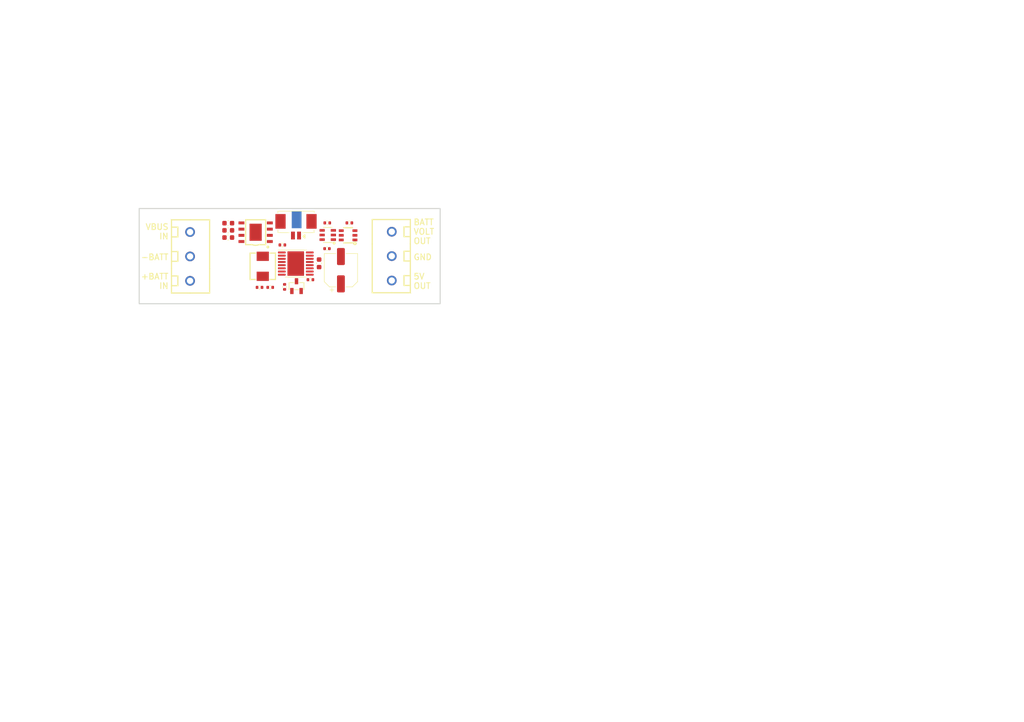
<source format=kicad_pcb>
(kicad_pcb (version 20211014) (generator pcbnew)
  (layers (0 "F.Cu" signal) (31 "B.Cu" signal) (34 "B.Paste" user) (35 "F.Paste" user) (36 "B.SilkS" user "B.Silkscreen") (37 "F.SilkS" user "F.Silkscreen") (38 "B.Mask" user) (39 "F.Mask" user) (44 "Edge.Cuts" user))
  (net 0 "")
  (net 1 "GND")
  (net 2 "VBUS")
  (net 3 "+BATT")
  (net 4 "-BATT")
  (net 5 "+5V")
  (net 6 "BATT CHARGING")
  (net 7 "Net-(R5-Pad2)")
  (net 8 "Net-(R7-Pad1)")
  (net 9 "Net-(R8-Pad1)")
  (net 12 "Net-(U3-Pad4)")
  (net 14 "Net-(U3-Pad6)")
  (net 16 "BATT VOLT")
  (net 21 "Net-(U4-Pad1)")
  (net 22 "Net-(R9-Pad1)")
  (footprint "Capacitor_SMD:C_0603_1608Metric" (layer "F.Cu") (at 46.99 47.345601 180)
    (fp_text reference "C2" hide)
    (fp_text value "10uF")
    (fp_line (start -0.14058 -0.51) (end 0.14058 -0.51) (layer "F.SilkS") (width 0.12))
    (fp_line (start -0.14058 0.51) (end 0.14058 0.51) (layer "F.SilkS") (width 0.12))
    (pad "1" smd roundrect (at -0.775 0 180) (size 0.9 0.95) (layers "F.Cu" "F.Paste" "F.Mask") (net 3 "+BATT"))
    (pad "2" smd roundrect (at 0.775 0 180) (size 0.9 0.95) (layers "F.Cu" "F.Paste" "F.Mask") (net 1 "GND"))
  )
  (footprint "Resistor_SMD:R_0402_1005Metric" (layer "F.Cu") (at 58.5216 58.928 90)
    (fp_text reference "R6" hide)
    (fp_text value "100K")
    (fp_line (start -0.153641 -0.38) (end 0.153641 -0.38) (layer "F.SilkS") (width 0.12))
    (fp_line (start -0.153641 0.38) (end 0.153641 0.38) (layer "F.SilkS") (width 0.12))
    (pad "1" smd roundrect (at -0.51 0 90) (size 0.54 0.64) (layers "F.Cu" "F.Paste" "F.Mask") (net 2 "VBUS"))
    (pad "2" smd roundrect (at 0.51 0 90) (size 0.54 0.64) (layers "F.Cu" "F.Paste" "F.Mask") (net 1 "GND"))
  )
  (footprint "Resistor_SMD:R_0402_1005Metric" (layer "F.Cu") (at 71.7804 45.8216 180)
    (fp_text reference "R5" hide)
    (fp_text value "1K")
    (fp_line (start -0.153641 0.38) (end 0.153641 0.38) (layer "F.SilkS") (width 0.12))
    (fp_line (start -0.153641 -0.38) (end 0.153641 -0.38) (layer "F.SilkS") (width 0.12))
    (pad "1" smd roundrect (at -0.51 0 180) (size 0.54 0.64) (layers "F.Cu" "F.Paste" "F.Mask") (net 1 "GND"))
    (pad "2" smd roundrect (at 0.51 0 180) (size 0.54 0.64) (layers "F.Cu" "F.Paste" "F.Mask") (net 7 "Net-(R5-Pad2)"))
  )
  (footprint "Capacitor_SMD:C_0402_1005Metric" (layer "F.Cu") (at 67.203192 51.093979)
    (fp_text reference "C5" hide)
    (fp_text value "0.1uF")
    (fp_line (start -0.107836 -0.36) (end 0.107836 -0.36) (layer "F.SilkS") (width 0.12))
    (fp_line (start -0.107836 0.36) (end 0.107836 0.36) (layer "F.SilkS") (width 0.12))
    (pad "1" smd roundrect (at -0.48 0) (size 0.56 0.62) (layers "F.Cu" "F.Paste" "F.Mask") (net 4 "-BATT"))
    (pad "2" smd roundrect (at 0.48 0) (size 0.56 0.62) (layers "F.Cu" "F.Paste" "F.Mask") (net 3 "+BATT"))
  )
  (footprint "footprint:ESOP-8_L4.9-W3.9-P1.27-LS6.0-BL-EP" (layer "F.Cu") (at 52.592942 47.731807 90)
    (fp_text reference "U5" hide)
    (fp_text value "TP4056")
    (fp_line (start 2.549911 -2.050038) (end 2.549911 2.050038) (layer "F.SilkS") (width 0.254001))
    (fp_line (start 2.549911 2.050038) (end -2.550165 2.050038) (layer "F.SilkS") (width 0.254001))
    (fp_line (start -2.549911 -0.800102) (end -2.549911 -2.050038) (layer "F.SilkS") (width 0.254001))
    (fp_line (start -2.549911 0.800102) (end -2.549911 2.050038) (layer "F.SilkS") (width 0.254001))
    (fp_line (start -2.549911 -2.050038) (end 2.550165 -2.050038) (layer "F.SilkS") (width 0.254001))
    (fp_arc (start -2.499873 0.800102) (mid -2.680296 0) (end -2.499873 -0.800102) (layer "F.SilkS") (width 0.254001))
    (fp_circle (center -2.454153 2.949962) (end -2.424181 2.949962) (layer "F.SilkS") (width 0.059995) (fill none))
    (fp_circle (center -3.029972 2.500127) (end -2.859792 2.500127) (layer "F.SilkS") (width 0.254001) (fill none))
    (pad "1" smd rect (at -1.905004 2.908306 90) (size 0.6 1.2) (layers "F.Cu" "F.Paste" "F.Mask") (net 1 "GND"))
    (pad "2" smd rect (at -0.635001 2.908306 90) (size 0.6 1.2) (layers "F.Cu" "F.Paste" "F.Mask") (net 8 "Net-(R7-Pad1)"))
    (pad "3" smd rect (at 0.635001 2.908306 90) (size 0.6 1.2) (layers "F.Cu" "F.Paste" "F.Mask") (net 1 "GND"))
    (pad "4" smd rect (at 1.905004 2.908306 90) (size 0.6 1.2) (layers "F.Cu" "F.Paste" "F.Mask") (net 2 "VBUS"))
    (pad "5" smd rect (at 1.905004 -2.908306 90) (size 0.6 1.2) (layers "F.Cu" "F.Paste" "F.Mask") (net 3 "+BATT"))
    (pad "6" smd rect (at 0.635001 -2.908306 90) (size 0.6 1.2) (layers "F.Cu" "F.Paste" "F.Mask"))
    (pad "7" smd rect (at -0.635001 -2.908306 90) (size 0.6 1.2) (layers "F.Cu" "F.Paste" "F.Mask") (net 6 "BATT CHARGING"))
    (pad "8" smd rect (at -1.905004 -2.908306 90) (size 0.6 1.2) (layers "F.Cu" "F.Paste" "F.Mask") (net 2 "VBUS"))
    (pad "9" smd rect (at 0 0 270) (size 3.499873 2.5) (layers "F.Cu" "F.Paste" "F.Mask") (net 1 "GND"))
  )
  (footprint "Resistor_SMD:R_0402_1005Metric" (layer "F.Cu") (at 53.3908 59.0296)
    (fp_text reference "R2" hide)
    (fp_text value "100K")
    (fp_line (start -0.153641 0.38) (end 0.153641 0.38) (layer "F.SilkS") (width 0.12))
    (fp_line (start -0.153641 -0.38) (end 0.153641 -0.38) (layer "F.SilkS") (width 0.12))
    (pad "1" smd roundrect (at -0.51 0) (size 0.54 0.64) (layers "F.Cu" "F.Paste" "F.Mask") (net 4 "-BATT"))
    (pad "2" smd roundrect (at 0.51 0) (size 0.54 0.64) (layers "F.Cu" "F.Paste" "F.Mask") (net 16 "BATT VOLT"))
  )
  (footprint "Resistor_SMD:R_0402_1005Metric" (layer "F.Cu") (at 58.0644 50.3428 180)
    (fp_text reference "R7" hide)
    (fp_text value "2K")
    (fp_line (start -0.153641 0.38) (end 0.153641 0.38) (layer "F.SilkS") (width 0.12))
    (fp_line (start -0.153641 -0.38) (end 0.153641 -0.38) (layer "F.SilkS") (width 0.12))
    (pad "1" smd roundrect (at -0.51 0 180) (size 0.54 0.64) (layers "F.Cu" "F.Paste" "F.Mask") (net 8 "Net-(R7-Pad1)"))
    (pad "2" smd roundrect (at 0.51 0 180) (size 0.54 0.64) (layers "F.Cu" "F.Paste" "F.Mask") (net 1 "GND"))
  )
  (footprint "Resistor_SMD:R_0402_1005Metric" (layer "F.Cu") (at 63.8048 57.4548)
    (fp_text reference "R9" hide)
    (fp_text value "100K")
    (fp_line (start -0.153641 0.38) (end 0.153641 0.38) (layer "F.SilkS") (width 0.12))
    (fp_line (start -0.153641 -0.38) (end 0.153641 -0.38) (layer "F.SilkS") (width 0.12))
    (pad "1" smd roundrect (at -0.51 0) (size 0.54 0.64) (layers "F.Cu" "F.Paste" "F.Mask") (net 22 "Net-(R9-Pad1)"))
    (pad "2" smd roundrect (at 0.51 0) (size 0.54 0.64) (layers "F.Cu" "F.Paste" "F.Mask") (net 1 "GND"))
  )
  (footprint "Capacitor_SMD:CP_Elec_6.3x5.4" (layer "F.Cu") (at 70.0532 55.513579 90)
    (fp_text reference "C6" hide)
    (fp_text value "220uF 10V")
    (fp_line (start -3.41 -2.345563) (end -2.345563 -3.41) (layer "F.SilkS") (width 0.12))
    (fp_line (start -3.41 2.345563) (end -2.345563 3.41) (layer "F.SilkS") (width 0.12))
    (fp_line (start -3.41 2.345563) (end -3.41 1.06) (layer "F.SilkS") (width 0.12))
    (fp_line (start -4.04375 -2.24125) (end -4.04375 -1.45375) (layer "F.SilkS") (width 0.12))
    (fp_line (start 3.41 3.41) (end 3.41 1.06) (layer "F.SilkS") (width 0.12))
    (fp_line (start -4.4375 -1.8475) (end -3.65 -1.8475) (layer "F.SilkS") (width 0.12))
    (fp_line (start -3.41 -2.345563) (end -3.41 -1.06) (layer "F.SilkS") (width 0.12))
    (fp_line (start -2.345563 -3.41) (end 3.41 -3.41) (layer "F.SilkS") (width 0.12))
    (fp_line (start -2.345563 3.41) (end 3.41 3.41) (layer "F.SilkS") (width 0.12))
    (fp_line (start 3.41 -3.41) (end 3.41 -1.06) (layer "F.SilkS") (width 0.12))
    (pad "1" smd roundrect (at -2.8 0 90) (size 3.5 1.6) (layers "F.Cu" "F.Paste" "F.Mask") (roundrect_rratio 0.15625) (net 5 "+5V"))
    (pad "2" smd roundrect (at 2.8 0 90) (size 3.5 1.6) (layers "F.Cu" "F.Paste" "F.Mask") (roundrect_rratio 0.15625) (net 1 "GND"))
  )
  (footprint "footprint:CONN-SMD_2P-P1.25_L4.4-W7.4" (layer "F.Cu") (at 60.8584 47.203885 180)
    (fp_text reference "U1" hide)
    (fp_text value "M1250RS-02P")
    (fp_line (start 3.7084 0) (end 3.700025 -0.604966) (layer "F.SilkS") (width 0.12))
    (fp_line (start -1.769215 -1.095669) (end -1.479655 -1.38523) (layer "F.SilkS") (width 0.254001))
    (fp_line (start -3.700025 -0.604966) (end -3.683 -0.0508) (layer "F.SilkS") (width 0.12))
    (fp_line (start -1.789535 -1.095669) (end -1.769215 -1.095669) (layer "F.SilkS") (width 0.254001))
    (fp_line (start -1.479655 -1.38523) (end -1.748895 -1.65447) (layer "F.SilkS") (width 0.254001))
    (fp_line (start -3.700025 -0.604966) (end -1.3462 -0.6096) (layer "F.SilkS") (width 0.12))
    (fp_line (start -3.7084 3.4798) (end -3.700025 3.795085) (layer "F.SilkS") (width 0.12))
    (fp_line (start 3.700025 3.795085) (end 3.7084 3.4036) (layer "F.SilkS") (width 0.12))
    (fp_line (start -1.748895 -1.65447) (end -1.790069 -1.695009) (layer "F.SilkS") (width 0.254001))
    (fp_line (start 3.6576 -0.604966) (end 1.397 -0.604966) (layer "F.SilkS") (width 0.12))
    (fp_line (start -1.790069 -1.685027) (end -1.789535 -1.095669) (layer "F.SilkS") (width 0.254001))
    (fp_line (start -3.700025 3.795085) (end 3.700025 3.795085) (layer "F.SilkS") (width 0.12))
    (pad "0" smd rect (at 3.175006 1.695009 180) (size 2.1 3) (layers "F.Cu" "F.Paste" "F.Mask"))
    (pad "0" smd rect (at -3.175006 1.695009 180) (size 2.1 3) (layers "F.Cu" "F.Paste" "F.Mask"))
    (pad "1" smd rect (at -0.625095 -1.204915 180) (size 0.8 1.6) (layers "F.Cu" "F.Paste" "F.Mask") (net 3 "+BATT"))
    (pad "2" smd rect (at 0.625095 -1.204915 180) (size 0.8 1.6) (layers "F.Cu" "F.Paste" "F.Mask") (net 4 "-BATT"))
  )
  (footprint "Resistor_SMD:R_0402_1005Metric" (layer "F.Cu") (at 67.2592 45.8216)
    (fp_text reference "R8" hide)
    (fp_text value "100")
    (fp_line (start -0.153641 0.38) (end 0.153641 0.38) (layer "F.SilkS") (width 0.12))
    (fp_line (start -0.153641 -0.38) (end 0.153641 -0.38) (layer "F.SilkS") (width 0.12))
    (pad "1" smd roundrect (at -0.51 0) (size 0.54 0.64) (layers "F.Cu" "F.Paste" "F.Mask") (net 9 "Net-(R8-Pad1)"))
    (pad "2" smd roundrect (at 0.51 0) (size 0.54 0.64) (layers "F.Cu" "F.Paste" "F.Mask") (net 3 "+BATT"))
  )
  (footprint "footprint:CONN-TH_3P-P5.00_WJ126V-5.0-3P" (layer "F.Cu") (at 39.2684 52.688795 90)
    (fp_text reference "U10" hide)
    (fp_text value "WJ126V-5_0-3P")
    (fp_line (start 4 -2.600076) (end 6 -2.600076) (layer "F.SilkS") (width 0.254001))
    (fp_line (start 7.500127 -0.099949) (end 7.500127 3.900051) (layer "F.SilkS") (width 0.254001))
    (fp_line (start -7.500127 -3.900051) (end -2.500127 -3.900051) (layer "F.SilkS") (width 0.254001))
    (fp_line (start 7.500127 3.900051) (end -2.500127 3.900051) (layer "F.SilkS") (width 0.254001))
    (fp_line (start -4 -3.900051) (end -4 -2.600076) (layer "F.SilkS") (width 0.254001))
    (fp_line (start 7.500127 -3.900051) (end 7.500127 -0.099949) (layer "F.SilkS") (width 0.254001))
    (fp_line (start -6 -2.600076) (end -6 -3.900051) (layer "F.SilkS") (width 0.254001))
    (fp_line (start -1 -3.900051) (end -1 -2.600076) (layer "F.SilkS") (width 0.254001))
    (fp_line (start 6 -2.600076) (end 6 -3.900051) (layer "F.SilkS") (width 0.254001))
    (fp_line (start -7.500127 -0.099949) (end -7.500127 -3.900051) (layer "F.SilkS") (width 0.254001))
    (fp_line (start -4 -2.600076) (end -6 -2.600076) (layer "F.SilkS") (width 0.254001))
    (fp_line (start -1 -2.600076) (end 1 -2.600076) (layer "F.SilkS") (width 0.254001))
    (fp_line (start 4 -3.900051) (end 4 -2.600076) (layer "F.SilkS") (width 0.254001))
    (fp_line (start 1 -2.600076) (end 1 -3.900051) (layer "F.SilkS") (width 0.254001))
    (fp_line (start -7.500127 3.900051) (end -7.500127 -0.099949) (layer "F.SilkS") (width 0.254001))
    (fp_line (start -2.500127 3.900051) (end -7.500127 3.900051) (layer "F.SilkS") (width 0.254001))
    (fp_line (start -2.500127 -3.900051) (end 7.500127 -3.900051) (layer "F.SilkS") (width 0.254001))
    (fp_circle (center 7.627127 -4.027051) (end 7.657125 -4.027051) (layer "F.SilkS") (width 0.059995) (fill none))
    (pad "1" thru_hole circle (at 5 -0.099949 90) (size 2 2) (drill 1.300025) (layers *.Cu *.Mask) (net 2 "VBUS"))
    (pad "2" thru_hole circle (at -0.00127 -0.099949 90) (size 2 2) (drill 1.300025) (layers *.Cu *.Mask) (net 4 "-BATT"))
    (pad "3" thru_hole circle (at -5 -0.099949 90) (size 2 2) (drill 1.300025) (layers *.Cu *.Mask) (net 3 "+BATT"))
  )
  (footprint "footprint:CONN-TH_3P-P5.00_WJ126V-5.0-3P" (layer "F.Cu") (at 80.3656 52.6288 -90)
    (fp_text reference "U11" hide)
    (fp_text value "WJ126V-5_0-3P")
    (fp_line (start -4 -2.600076) (end -6 -2.600076) (layer "F.SilkS") (width 0.254001))
    (fp_line (start -7.500127 -0.099949) (end -7.500127 -3.900051) (layer "F.SilkS") (width 0.254001))
    (fp_line (start -2.500127 -3.900051) (end 7.500127 -3.900051) (layer "F.SilkS") (width 0.254001))
    (fp_line (start -1 -2.600076) (end 1 -2.600076) (layer "F.SilkS") (width 0.254001))
    (fp_line (start 4 -3.900051) (end 4 -2.600076) (layer "F.SilkS") (width 0.254001))
    (fp_line (start -4 -3.900051) (end -4 -2.600076) (layer "F.SilkS") (width 0.254001))
    (fp_line (start -7.500127 3.900051) (end -7.500127 -0.099949) (layer "F.SilkS") (width 0.254001))
    (fp_line (start 6 -2.600076) (end 6 -3.900051) (layer "F.SilkS") (width 0.254001))
    (fp_line (start -1 -3.900051) (end -1 -2.600076) (layer "F.SilkS") (width 0.254001))
    (fp_line (start -6 -2.600076) (end -6 -3.900051) (layer "F.SilkS") (width 0.254001))
    (fp_line (start -2.500127 3.900051) (end -7.500127 3.900051) (layer "F.SilkS") (width 0.254001))
    (fp_line (start 7.500127 -3.900051) (end 7.500127 -0.099949) (layer "F.SilkS") (width 0.254001))
    (fp_line (start 7.500127 -0.099949) (end 7.500127 3.900051) (layer "F.SilkS") (width 0.254001))
    (fp_line (start 7.500127 3.900051) (end -2.500127 3.900051) (layer "F.SilkS") (width 0.254001))
    (fp_line (start 1 -2.600076) (end 1 -3.900051) (layer "F.SilkS") (width 0.254001))
    (fp_line (start 4 -2.600076) (end 6 -2.600076) (layer "F.SilkS") (width 0.254001))
    (fp_line (start -7.500127 -3.900051) (end -2.500127 -3.900051) (layer "F.SilkS") (width 0.254001))
    (fp_circle (center 7.627127 -4.027051) (end 7.657125 -4.027051) (layer "F.SilkS") (width 0.059995) (fill none))
    (pad "1" thru_hole circle (at 5 -0.099949 270) (size 2 2) (drill 1.300025) (layers *.Cu *.Mask) (net 5 "+5V"))
    (pad "2" thru_hole circle (at -0.00127 -0.099949 270) (size 2 2) (drill 1.300025) (layers *.Cu *.Mask) (net 1 "GND"))
    (pad "3" thru_hole circle (at -5 -0.099949 270) (size 2 2) (drill 1.300025) (layers *.Cu *.Mask) (net 16 "BATT VOLT"))
  )
  (footprint "Package_SO:HTSSOP-16-1EP_4.4x5mm_P0.65mm_EP3.4x5mm_Mask2.46x2.31mm" (layer "F.Cu") (at 60.8076 54.1528)
    (fp_text reference "U4" hide)
    (fp_text value "TPS61032PWPR")
    (fp_line (start 0 -2.76) (end -3.65 -2.76) (layer "F.SilkS") (width 0.12))
    (fp_line (start 0 -2.76) (end 2.2 -2.76) (layer "F.SilkS") (width 0.12))
    (fp_line (start 0 2.76) (end -2.2 2.76) (layer "F.SilkS") (width 0.12))
    (fp_line (start 0 2.76) (end 2.2 2.76) (layer "F.SilkS") (width 0.12))
    (pad "1" smd roundrect (at -2.8625 -2.275) (size 1.575 0.4) (layers "F.Cu" "F.Paste" "F.Mask") (net 21 "Net-(U4-Pad1)"))
    (pad "2" smd roundrect (at -2.8625 -1.625) (size 1.575 0.4) (layers "F.Cu" "F.Paste" "F.Mask") (net 21 "Net-(U4-Pad1)"))
    (pad "3" smd roundrect (at -2.8625 -0.975) (size 1.575 0.4) (layers "F.Cu" "F.Paste" "F.Mask") (net 1 "GND"))
    (pad "4" smd roundrect (at -2.8625 -0.325) (size 1.575 0.4) (layers "F.Cu" "F.Paste" "F.Mask") (net 1 "GND"))
    (pad "5" smd roundrect (at -2.8625 0.325) (size 1.575 0.4) (layers "F.Cu" "F.Paste" "F.Mask") (net 1 "GND"))
    (pad "6" smd roundrect (at -2.8625 0.975) (size 1.575 0.4) (layers "F.Cu" "F.Paste" "F.Mask") (net 3 "+BATT"))
    (pad "7" smd roundrect (at -2.8625 1.625) (size 1.575 0.4) (layers "F.Cu" "F.Paste" "F.Mask") (net 1 "GND"))
    (pad "8" smd roundrect (at -2.8625 2.275) (size 1.575 0.4) (layers "F.Cu" "F.Paste" "F.Mask") (net 1 "GND"))
    (pad "9" smd roundrect (at 2.8625 2.275) (size 1.575 0.4) (layers "F.Cu" "F.Paste" "F.Mask") (net 22 "Net-(R9-Pad1)"))
    (pad "10" smd roundrect (at 2.8625 1.625) (size 1.575 0.4) (layers "F.Cu" "F.Paste" "F.Mask"))
    (pad "11" smd roundrect (at 2.8625 0.975) (size 1.575 0.4) (layers "F.Cu" "F.Paste" "F.Mask") (net 1 "GND"))
    (pad "12" smd roundrect (at 2.8625 0.325) (size 1.575 0.4) (layers "F.Cu" "F.Paste" "F.Mask"))
    (pad "13" smd roundrect (at 2.8625 -0.325) (size 1.575 0.4) (layers "F.Cu" "F.Paste" "F.Mask") (net 5 "+5V"))
    (pad "14" smd roundrect (at 2.8625 -0.975) (size 1.575 0.4) (layers "F.Cu" "F.Paste" "F.Mask") (net 5 "+5V"))
    (pad "15" smd roundrect (at 2.8625 -1.625) (size 1.575 0.4) (layers "F.Cu" "F.Paste" "F.Mask") (net 5 "+5V"))
    (pad "16" smd roundrect (at 2.8625 -2.275) (size 1.575 0.4) (layers "F.Cu" "F.Paste" "F.Mask"))
    (pad "17" smd rect (at 0 0) (size 3.4 5) (layers "F.Cu") (net 1 "GND"))
  )
  (footprint "footprint:SOT-23-6_L2.9-W1.6-P0.95-LS2.8-BL" (layer "F.Cu") (at 67.3608 48.299979 90)
    (fp_text reference "U6" hide)
    (fp_text value "DW01A")
    (fp_line (start 1.539192 0.889205) (end 1.539192 -0.889205) (layer "F.SilkS") (width 0.1524))
    (fp_line (start -1.539192 0.889205) (end -1.539192 -0.889205) (layer "F.SilkS") (width 0.1524))
    (fp_circle (center -1.463043 1.4) (end -1.41303 1.4) (layer "F.SilkS") (width 0.1) (fill none))
    (fp_circle (center -1.668275 1.301499) (end -1.518161 1.301499) (layer "F.SilkS") (width 0.3) (fill none))
    (pad "1" smd rect (at -0.949962 1.149098 90) (size 0.532004 1.072009) (layers "F.Cu" "F.Paste" "F.Mask") (net 14 "Net-(U3-Pad6)"))
    (pad "2" smd rect (at 0 1.149098 90) (size 0.532004 1.072009) (layers "F.Cu" "F.Paste" "F.Mask") (net 7 "Net-(R5-Pad2)"))
    (pad "3" smd rect (at 0.949962 1.149098 90) (size 0.532004 1.072009) (layers "F.Cu" "F.Paste" "F.Mask") (net 12 "Net-(U3-Pad4)"))
    (pad "4" smd rect (at 0.949962 -1.149098 90) (size 0.532004 1.072009) (layers "F.Cu" "F.Paste" "F.Mask"))
    (pad "5" smd rect (at 0 -1.149098 90) (size 0.532004 1.072009) (layers "F.Cu" "F.Paste" "F.Mask") (net 9 "Net-(R8-Pad1)"))
    (pad "6" smd rect (at -0.949962 -1.149098 90) (size 0.532004 1.072009) (layers "F.Cu" "F.Paste" "F.Mask") (net 4 "-BATT"))
  )
  (footprint "Capacitor_SMD:C_0603_1608Metric" (layer "F.Cu") (at 46.99 45.872401 180)
    (fp_text reference "C4" hide)
    (fp_text value "10uF")
    (fp_line (start -0.14058 -0.51) (end 0.14058 -0.51) (layer "F.SilkS") (width 0.12))
    (fp_line (start -0.14058 0.51) (end 0.14058 0.51) (layer "F.SilkS") (width 0.12))
    (pad "1" smd roundrect (at -0.775 0 180) (size 0.9 0.95) (layers "F.Cu" "F.Paste" "F.Mask") (net 3 "+BATT"))
    (pad "2" smd roundrect (at 0.775 0 180) (size 0.9 0.95) (layers "F.Cu" "F.Paste" "F.Mask") (net 1 "GND"))
  )
  (footprint "footprint:SOT-23-3_L2.9-W1.3-P1.90-LS2.4-BR" (layer "F.Cu") (at 60.96 58.7756 -90)
    (fp_text reference "U8" hide)
    (fp_text value "AP40P05")
    (fp_line (start 0.726213 1.526213) (end -0.726213 1.526213) (layer "F.SilkS") (width 0.1524))
    (fp_line (start 0.726213 -1.526213) (end -0.726213 -1.526213) (layer "F.SilkS") (width 0.1524))
    (fp_line (start 0.726213 -0.455398) (end 0.726213 0.455398) (layer "F.SilkS") (width 0.1524))
    (fp_line (start -0.726213 1.526213) (end -0.726213 0.49459) (layer "F.SilkS") (width 0.1524))
    (fp_line (start -0.726213 -1.526213) (end -0.726213 -0.49459) (layer "F.SilkS") (width 0.1524))
    (fp_circle (center 1.2 1.450013) (end 1.229997 1.450013) (layer "F.SilkS") (width 0.059995) (fill none))
    (pad "1" smd rect (at 1 0.949962 270) (size 1.250013 0.7) (layers "F.Cu" "F.Paste" "F.Mask") (net 2 "VBUS"))
    (pad "2" smd rect (at 1 -0.949962 270) (size 1.250013 0.7) (layers "F.Cu" "F.Paste" "F.Mask") (net 3 "+BATT"))
    (pad "3" smd rect (at -1 0 270) (size 1.250013 0.7) (layers "F.Cu" "F.Paste" "F.Mask") (net 22 "Net-(R9-Pad1)"))
  )
  (footprint "Capacitor_SMD:C_0603_1608Metric" (layer "F.Cu") (at 46.99 48.818801)
    (fp_text reference "C1" hide)
    (fp_text value "10uF")
    (fp_line (start -0.14058 -0.51) (end 0.14058 -0.51) (layer "F.SilkS") (width 0.12))
    (fp_line (start -0.14058 0.51) (end 0.14058 0.51) (layer "F.SilkS") (width 0.12))
    (pad "1" smd roundrect (at -0.775 0) (size 0.9 0.95) (layers "F.Cu" "F.Paste" "F.Mask") (net 1 "GND"))
    (pad "2" smd roundrect (at 0.775 0) (size 0.9 0.95) (layers "F.Cu" "F.Paste" "F.Mask") (net 2 "VBUS"))
  )
  (footprint "Capacitor_SMD:C_0603_1608Metric" (layer "F.Cu") (at 65.5828 54.102 90)
    (fp_text reference "C3" hide)
    (fp_text value "2.2uF")
    (fp_line (start -0.14058 -0.51) (end 0.14058 -0.51) (layer "F.SilkS") (width 0.12))
    (fp_line (start -0.14058 0.51) (end 0.14058 0.51) (layer "F.SilkS") (width 0.12))
    (pad "1" smd roundrect (at -0.775 0 90) (size 0.9 0.95) (layers "F.Cu" "F.Paste" "F.Mask") (net 1 "GND"))
    (pad "2" smd roundrect (at 0.775 0 90) (size 0.9 0.95) (layers "F.Cu" "F.Paste" "F.Mask") (net 5 "+5V"))
  )
  (footprint "footprint:SOT-23-6_L2.9-W1.6-P0.95-LS2.8-BR" (layer "F.Cu") (at 71.522292 48.3616)
    (fp_text reference "U3" hide)
    (fp_text value "FS8205A")
    (fp_line (start -0.9 -1.550013) (end 0.900025 -1.550013) (layer "F.SilkS") (width 0.254001))
    (fp_line (start -0.9 1.550013) (end 0.900025 1.550013) (layer "F.SilkS") (width 0.254001))
    (fp_circle (center 1.397003 1.650902) (end 1.524003 1.650902) (layer "F.SilkS") (width 0.254001) (fill none))
    (fp_circle (center 1.400025 1.434976) (end 1.430023 1.434976) (layer "F.SilkS") (width 0.059995) (fill none))
    (pad "1" smd rect (at 1.400051 0.94986) (size 1 0.550013) (layers "F.Cu" "F.Paste" "F.Mask") (net 4 "-BATT"))
    (pad "2" smd rect (at 1.400051 -0.000102) (size 1 0.550013) (layers "F.Cu" "F.Paste" "F.Mask"))
    (pad "3" smd rect (at 1.400051 -0.950064) (size 1 0.550013) (layers "F.Cu" "F.Paste" "F.Mask") (net 1 "GND"))
    (pad "4" smd rect (at -1.400051 -0.950064) (size 1 0.550013) (layers "F.Cu" "F.Paste" "F.Mask") (net 12 "Net-(U3-Pad4)"))
    (pad "5" smd rect (at -1.400051 -0.000102) (size 1 0.550013) (layers "F.Cu" "F.Paste" "F.Mask"))
    (pad "6" smd rect (at -1.400051 0.94986) (size 1 0.550013) (layers "F.Cu" "F.Paste" "F.Mask") (net 14 "Net-(U3-Pad6)"))
  )
  (footprint "Resistor_SMD:R_0402_1005Metric" (layer "F.Cu") (at 55.5771 59.0296)
    (fp_text reference "R1" hide)
    (fp_text value "33K")
    (fp_line (start -0.153641 -0.38) (end 0.153641 -0.38) (layer "F.SilkS") (width 0.12))
    (fp_line (start -0.153641 0.38) (end 0.153641 0.38) (layer "F.SilkS") (width 0.12))
    (pad "1" smd roundrect (at -0.51 0) (size 0.54 0.64) (layers "F.Cu" "F.Paste" "F.Mask") (net 16 "BATT VOLT"))
    (pad "2" smd roundrect (at 0.51 0) (size 0.54 0.64) (layers "F.Cu" "F.Paste" "F.Mask") (net 3 "+BATT"))
  )
  (footprint "footprint:IND-SMD_L5.4-W5.2_FXL0530" (layer "F.Cu") (at 54.0512 54.7116 90)
    (fp_text reference "U7" hide)
    (fp_text value "FXL0530-6R8-M")
    (fp_line (start 2.7 2.599975) (end -2.7 2.6) (layer "F.SilkS") (width 0.254001))
    (fp_line (start -2.7 1.481153) (end -2.7 2.6) (layer "F.SilkS") (width 0.254001))
    (fp_line (start 2.7 2.599975) (end 2.7 1.481153) (layer "F.SilkS") (width 0.254001))
    (fp_line (start -2.7 -2.6) (end 2.7 -2.599975) (layer "F.SilkS") (width 0.254001))
    (fp_line (start 2.7 -1.481153) (end 2.7 -2.599975) (layer "F.SilkS") (width 0.254001))
    (fp_line (start -2.7 -2.6) (end -2.7 -1.481153) (layer "F.SilkS") (width 0.254001))
    (fp_circle (center -2.700025 2.6) (end -2.670028 2.6) (layer "F.SilkS") (width 0.059995) (fill none))
    (pad "1" smd rect (at -2.050038 0 90) (size 1.9 2.5) (layers "F.Cu" "F.Paste" "F.Mask") (net 3 "+BATT"))
    (pad "2" smd rect (at 2.050038 0 90) (size 1.9 2.5) (layers "F.Cu" "F.Paste" "F.Mask") (net 21 "Net-(U4-Pad1)"))
  )
  (footprint "footprint:Solder pad" (layer "B.Cu") (at 60.9092 45.1104 180)
    (fp_text reference "P4" hide)
    (fp_text value "Solder_Pad")
    (pad "1" smd rect (at -0.0762 -0.0508 180) (size 2 3.5) (layers "B.Cu" "B.Mask") (net 6 "BATT CHARGING"))
  )
  (gr_rect (start 28.7528 42.8752) (end 90.3732 62.3824) (layer "Edge.Cuts") (width 0.2) (fill none))
  (gr_text "-BATT" (at 34.8488 52.832) (layer "F.SilkS") (effects (font (size 1.2 1.2) (thickness 0.2)) (justify right)))
  (gr_text "GND" (at 84.836 52.832) (layer "F.SilkS") (effects (font (size 1.2 1.2) (thickness 0.2)) (justify left)))
  (gr_text "+BATT\nIN" (at 34.8488 57.7596) (layer "F.SilkS") (effects (font (size 1.2 1.2) (thickness 0.2)) (justify right)))
  (gr_text "BATT\nVOLT\nOUT" (at 84.836 47.5996) (layer "F.SilkS") (effects (font (size 1.2 1.2) (thickness 0.2)) (justify left)))
  (gr_text "5V\nOUT" (at 84.836 57.7596) (layer "F.SilkS") (effects (font (size 1.2 1.2) (thickness 0.2)) (justify left)))
  (gr_text "VBUS\nIN" (at 34.8488 47.5996) (layer "F.SilkS") (effects (font (size 1.2 1.2) (thickness 0.2)) (justify right)))
)
</source>
